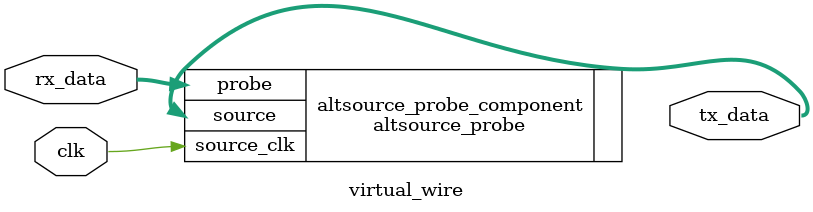
<source format=v>
/*
*
* Copyright (c) 2011-2012 fpgaminer@bitcoin-mining.com
*
*
*
* This program is free software: you can redistribute it and/or modify
* it under the terms of the GNU General Public License as published by
* the Free Software Foundation, either version 3 of the License, or
* (at your option) any later version.
*
* This program is distributed in the hope that it will be useful,
* but WITHOUT ANY WARRANTY; without even the implied warranty of
* MERCHANTABILITY or FITNESS FOR A PARTICULAR PURPOSE.  See the
* GNU General Public License for more details.
*
* You should have received a copy of the GNU General Public License
* along with this program.  If not, see <http://www.gnu.org/licenses/>.
* 
*/


module virtual_wire # (
	parameter INPUT_WIDTH = 0,
	parameter OUTPUT_WIDTH = 0,
	parameter INITIAL_VALUE = " 0",
	parameter INSTANCE_ID = "NONE"
) (
	input clk,
	input [INPUT_WIDTH-1:0] rx_data,
	output [OUTPUT_WIDTH-1:0] tx_data
);

	altsource_probe	altsource_probe_component (
				.probe (rx_data),
				.source_clk (clk),
				.source (tx_data)
				// synopsys translate_off
				,
				.clrn (),
				.ena (),
				.ir_in (),
				.ir_out (),
				.jtag_state_cdr (),
				.jtag_state_cir (),
				.jtag_state_e1dr (),
				.jtag_state_sdr (),
				.jtag_state_tlr (),
				.jtag_state_udr (),
				.jtag_state_uir (),
				.raw_tck (),
				.source_ena (),
				.tdi (),
				.tdo (),
				.usr1 ()
				// synopsys translate_on
				);
	defparam
		altsource_probe_component.enable_metastability = "YES",
		altsource_probe_component.instance_id = INSTANCE_ID,
		altsource_probe_component.probe_width = INPUT_WIDTH,
		altsource_probe_component.sld_auto_instance_index = "YES",
		altsource_probe_component.sld_instance_index = 0,
		altsource_probe_component.source_initial_value = INITIAL_VALUE,
		altsource_probe_component.source_width = OUTPUT_WIDTH;

endmodule


</source>
